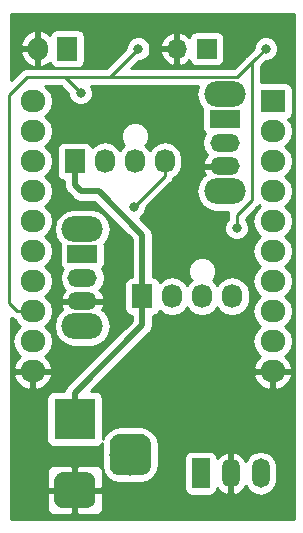
<source format=gbr>
G04 #@! TF.GenerationSoftware,KiCad,Pcbnew,5.0.0*
G04 #@! TF.CreationDate,2018-11-27T11:54:03-08:00*
G04 #@! TF.ProjectId,fanpower,66616E706F7765722E6B696361645F70,rev?*
G04 #@! TF.SameCoordinates,Original*
G04 #@! TF.FileFunction,Copper,L2,Bot,Signal*
G04 #@! TF.FilePolarity,Positive*
%FSLAX46Y46*%
G04 Gerber Fmt 4.6, Leading zero omitted, Abs format (unit mm)*
G04 Created by KiCad (PCBNEW 5.0.0) date Tue Nov 27 11:54:03 2018*
%MOMM*%
%LPD*%
G01*
G04 APERTURE LIST*
G04 #@! TA.AperFunction,ComponentPad*
%ADD10R,1.700000X2.000000*%
G04 #@! TD*
G04 #@! TA.AperFunction,ComponentPad*
%ADD11O,1.700000X2.000000*%
G04 #@! TD*
G04 #@! TA.AperFunction,ComponentPad*
%ADD12R,2.100000X1.900000*%
G04 #@! TD*
G04 #@! TA.AperFunction,ComponentPad*
%ADD13O,2.100000X1.900000*%
G04 #@! TD*
G04 #@! TA.AperFunction,ComponentPad*
%ADD14R,3.500000X3.500000*%
G04 #@! TD*
G04 #@! TA.AperFunction,Conductor*
%ADD15C,0.100000*%
G04 #@! TD*
G04 #@! TA.AperFunction,ComponentPad*
%ADD16C,3.000000*%
G04 #@! TD*
G04 #@! TA.AperFunction,ComponentPad*
%ADD17C,3.500000*%
G04 #@! TD*
G04 #@! TA.AperFunction,ComponentPad*
%ADD18R,1.700000X1.700000*%
G04 #@! TD*
G04 #@! TA.AperFunction,ComponentPad*
%ADD19O,1.700000X1.700000*%
G04 #@! TD*
G04 #@! TA.AperFunction,ComponentPad*
%ADD20O,1.730000X2.030000*%
G04 #@! TD*
G04 #@! TA.AperFunction,ComponentPad*
%ADD21R,1.730000X2.030000*%
G04 #@! TD*
G04 #@! TA.AperFunction,ComponentPad*
%ADD22O,3.500000X2.200000*%
G04 #@! TD*
G04 #@! TA.AperFunction,ComponentPad*
%ADD23O,2.500000X1.500000*%
G04 #@! TD*
G04 #@! TA.AperFunction,ComponentPad*
%ADD24R,2.500000X1.500000*%
G04 #@! TD*
G04 #@! TA.AperFunction,ComponentPad*
%ADD25R,1.500000X2.500000*%
G04 #@! TD*
G04 #@! TA.AperFunction,ComponentPad*
%ADD26O,1.500000X2.500000*%
G04 #@! TD*
G04 #@! TA.AperFunction,ViaPad*
%ADD27C,0.800000*%
G04 #@! TD*
G04 #@! TA.AperFunction,Conductor*
%ADD28C,0.250000*%
G04 #@! TD*
G04 #@! TA.AperFunction,Conductor*
%ADD29C,0.508000*%
G04 #@! TD*
G04 #@! TA.AperFunction,Conductor*
%ADD30C,0.254000*%
G04 #@! TD*
G04 APERTURE END LIST*
D10*
G04 #@! TO.P,FLOW1,1*
G04 #@! TO.N,/FLOW*
X192405000Y-86995000D03*
D11*
G04 #@! TO.P,FLOW1,2*
G04 #@! TO.N,GND*
X189905000Y-86995000D03*
G04 #@! TD*
D12*
G04 #@! TO.P,A1,1*
G04 #@! TO.N,Net-(A1-Pad1)*
X209804000Y-91440000D03*
D13*
G04 #@! TO.P,A1,20*
G04 #@! TO.N,Net-(A1-Pad20)*
X189484000Y-91440000D03*
G04 #@! TO.P,A1,2*
G04 #@! TO.N,/NTC*
X209804000Y-93980000D03*
G04 #@! TO.P,A1,19*
G04 #@! TO.N,Net-(A1-Pad19)*
X189484000Y-93980000D03*
G04 #@! TO.P,A1,3*
G04 #@! TO.N,Net-(A1-Pad3)*
X209804000Y-96520000D03*
G04 #@! TO.P,A1,18*
G04 #@! TO.N,/SIGON1*
X189484000Y-96520000D03*
G04 #@! TO.P,A1,4*
G04 #@! TO.N,Net-(A1-Pad4)*
X209804000Y-99060000D03*
G04 #@! TO.P,A1,17*
G04 #@! TO.N,/SIGTACH1*
X189484000Y-99060000D03*
G04 #@! TO.P,A1,5*
G04 #@! TO.N,/SIGON2*
X209804000Y-101600000D03*
G04 #@! TO.P,A1,16*
G04 #@! TO.N,/SIGPWM1*
X189484000Y-101600000D03*
G04 #@! TO.P,A1,6*
G04 #@! TO.N,/SIGTACH2*
X209804000Y-104140000D03*
G04 #@! TO.P,A1,15*
G04 #@! TO.N,/SIGPWM2*
X189484000Y-104140000D03*
G04 #@! TO.P,A1,7*
G04 #@! TO.N,/FLOW*
X209804000Y-106680000D03*
G04 #@! TO.P,A1,14*
G04 #@! TO.N,Net-(A1-Pad14)*
X189484000Y-106680000D03*
G04 #@! TO.P,A1,8*
G04 #@! TO.N,Net-(A1-Pad8)*
X209804000Y-109220000D03*
G04 #@! TO.P,A1,13*
G04 #@! TO.N,+3V3*
X189484000Y-109220000D03*
G04 #@! TO.P,A1,9*
G04 #@! TO.N,+5V*
X209804000Y-111760000D03*
G04 #@! TO.P,A1,12*
G04 #@! TO.N,Net-(A1-Pad12)*
X189484000Y-111760000D03*
G04 #@! TO.P,A1,10*
G04 #@! TO.N,GND*
X209804000Y-114300000D03*
G04 #@! TO.P,A1,11*
X189484000Y-114300000D03*
G04 #@! TD*
D14*
G04 #@! TO.P,J2,1*
G04 #@! TO.N,+12V*
X193040000Y-118364000D03*
D15*
G04 #@! TD*
G04 #@! TO.N,GND*
G04 #@! TO.C,J2*
G36*
X194113513Y-122867611D02*
X194186318Y-122878411D01*
X194257714Y-122896295D01*
X194327013Y-122921090D01*
X194393548Y-122952559D01*
X194456678Y-122990398D01*
X194515795Y-123034242D01*
X194570330Y-123083670D01*
X194619758Y-123138205D01*
X194663602Y-123197322D01*
X194701441Y-123260452D01*
X194732910Y-123326987D01*
X194757705Y-123396286D01*
X194775589Y-123467682D01*
X194786389Y-123540487D01*
X194790000Y-123614000D01*
X194790000Y-125114000D01*
X194786389Y-125187513D01*
X194775589Y-125260318D01*
X194757705Y-125331714D01*
X194732910Y-125401013D01*
X194701441Y-125467548D01*
X194663602Y-125530678D01*
X194619758Y-125589795D01*
X194570330Y-125644330D01*
X194515795Y-125693758D01*
X194456678Y-125737602D01*
X194393548Y-125775441D01*
X194327013Y-125806910D01*
X194257714Y-125831705D01*
X194186318Y-125849589D01*
X194113513Y-125860389D01*
X194040000Y-125864000D01*
X192040000Y-125864000D01*
X191966487Y-125860389D01*
X191893682Y-125849589D01*
X191822286Y-125831705D01*
X191752987Y-125806910D01*
X191686452Y-125775441D01*
X191623322Y-125737602D01*
X191564205Y-125693758D01*
X191509670Y-125644330D01*
X191460242Y-125589795D01*
X191416398Y-125530678D01*
X191378559Y-125467548D01*
X191347090Y-125401013D01*
X191322295Y-125331714D01*
X191304411Y-125260318D01*
X191293611Y-125187513D01*
X191290000Y-125114000D01*
X191290000Y-123614000D01*
X191293611Y-123540487D01*
X191304411Y-123467682D01*
X191322295Y-123396286D01*
X191347090Y-123326987D01*
X191378559Y-123260452D01*
X191416398Y-123197322D01*
X191460242Y-123138205D01*
X191509670Y-123083670D01*
X191564205Y-123034242D01*
X191623322Y-122990398D01*
X191686452Y-122952559D01*
X191752987Y-122921090D01*
X191822286Y-122896295D01*
X191893682Y-122878411D01*
X191966487Y-122867611D01*
X192040000Y-122864000D01*
X194040000Y-122864000D01*
X194113513Y-122867611D01*
X194113513Y-122867611D01*
G37*
D16*
G04 #@! TO.P,J2,2*
G04 #@! TO.N,GND*
X193040000Y-124364000D03*
D15*
G04 #@! TD*
G04 #@! TO.N,Net-(J2-Pad3)*
G04 #@! TO.C,J2*
G36*
X198700765Y-119618213D02*
X198785704Y-119630813D01*
X198868999Y-119651677D01*
X198949848Y-119680605D01*
X199027472Y-119717319D01*
X199101124Y-119761464D01*
X199170094Y-119812616D01*
X199233718Y-119870282D01*
X199291384Y-119933906D01*
X199342536Y-120002876D01*
X199386681Y-120076528D01*
X199423395Y-120154152D01*
X199452323Y-120235001D01*
X199473187Y-120318296D01*
X199485787Y-120403235D01*
X199490000Y-120489000D01*
X199490000Y-122239000D01*
X199485787Y-122324765D01*
X199473187Y-122409704D01*
X199452323Y-122492999D01*
X199423395Y-122573848D01*
X199386681Y-122651472D01*
X199342536Y-122725124D01*
X199291384Y-122794094D01*
X199233718Y-122857718D01*
X199170094Y-122915384D01*
X199101124Y-122966536D01*
X199027472Y-123010681D01*
X198949848Y-123047395D01*
X198868999Y-123076323D01*
X198785704Y-123097187D01*
X198700765Y-123109787D01*
X198615000Y-123114000D01*
X196865000Y-123114000D01*
X196779235Y-123109787D01*
X196694296Y-123097187D01*
X196611001Y-123076323D01*
X196530152Y-123047395D01*
X196452528Y-123010681D01*
X196378876Y-122966536D01*
X196309906Y-122915384D01*
X196246282Y-122857718D01*
X196188616Y-122794094D01*
X196137464Y-122725124D01*
X196093319Y-122651472D01*
X196056605Y-122573848D01*
X196027677Y-122492999D01*
X196006813Y-122409704D01*
X195994213Y-122324765D01*
X195990000Y-122239000D01*
X195990000Y-120489000D01*
X195994213Y-120403235D01*
X196006813Y-120318296D01*
X196027677Y-120235001D01*
X196056605Y-120154152D01*
X196093319Y-120076528D01*
X196137464Y-120002876D01*
X196188616Y-119933906D01*
X196246282Y-119870282D01*
X196309906Y-119812616D01*
X196378876Y-119761464D01*
X196452528Y-119717319D01*
X196530152Y-119680605D01*
X196611001Y-119651677D01*
X196694296Y-119630813D01*
X196779235Y-119618213D01*
X196865000Y-119614000D01*
X198615000Y-119614000D01*
X198700765Y-119618213D01*
X198700765Y-119618213D01*
G37*
D17*
G04 #@! TO.P,J2,3*
G04 #@! TO.N,Net-(J2-Pad3)*
X197740000Y-121364000D03*
G04 #@! TD*
D18*
G04 #@! TO.P,NTC1,1*
G04 #@! TO.N,/NTC*
X204216000Y-86995000D03*
D19*
G04 #@! TO.P,NTC1,2*
G04 #@! TO.N,GND*
X201676000Y-86995000D03*
G04 #@! TD*
D20*
G04 #@! TO.P,FAN1,4*
G04 #@! TO.N,/SIGPWM1*
X200660000Y-96520000D03*
G04 #@! TO.P,FAN1,3*
G04 #@! TO.N,/SIGTACH1*
X198120000Y-96520000D03*
G04 #@! TO.P,FAN1,2*
G04 #@! TO.N,Net-(FAN1-Pad2)*
X195580000Y-96520000D03*
D21*
G04 #@! TO.P,FAN1,1*
G04 #@! TO.N,+12V*
X193040000Y-96520000D03*
G04 #@! TD*
G04 #@! TO.P,FAN2,1*
G04 #@! TO.N,+12V*
X198755000Y-107950000D03*
D20*
G04 #@! TO.P,FAN2,2*
G04 #@! TO.N,Net-(FAN2-Pad2)*
X201295000Y-107950000D03*
G04 #@! TO.P,FAN2,3*
G04 #@! TO.N,/SIGTACH2*
X203835000Y-107950000D03*
G04 #@! TO.P,FAN2,4*
G04 #@! TO.N,/SIGPWM2*
X206375000Y-107950000D03*
G04 #@! TD*
D22*
G04 #@! TO.P,SW1,*
G04 #@! TO.N,*
X205740000Y-99060000D03*
X205740000Y-90860000D03*
D23*
G04 #@! TO.P,SW1,3*
G04 #@! TO.N,GND*
X205740000Y-96960000D03*
G04 #@! TO.P,SW1,2*
G04 #@! TO.N,Net-(FAN1-Pad2)*
X205740000Y-94960000D03*
D24*
G04 #@! TO.P,SW1,1*
G04 #@! TO.N,Net-(Q1-Pad3)*
X205740000Y-92960000D03*
G04 #@! TD*
G04 #@! TO.P,SW2,1*
G04 #@! TO.N,Net-(Q2-Pad3)*
X193675000Y-104390000D03*
D23*
G04 #@! TO.P,SW2,2*
G04 #@! TO.N,Net-(FAN2-Pad2)*
X193675000Y-106390000D03*
G04 #@! TO.P,SW2,3*
G04 #@! TO.N,GND*
X193675000Y-108390000D03*
D22*
G04 #@! TO.P,SW2,*
G04 #@! TO.N,*
X193675000Y-102290000D03*
X193675000Y-110490000D03*
G04 #@! TD*
D25*
G04 #@! TO.P,U1,1*
G04 #@! TO.N,+12V*
X203708000Y-122936000D03*
D26*
G04 #@! TO.P,U1,2*
G04 #@! TO.N,GND*
X206248000Y-122936000D03*
G04 #@! TO.P,U1,3*
G04 #@! TO.N,+5V*
X208788000Y-122936000D03*
G04 #@! TD*
D27*
G04 #@! TO.N,/SIGPWM1*
X198045000Y-100400000D03*
G04 #@! TO.N,+3V3*
X198422500Y-86995000D03*
X209217500Y-86995000D03*
X206756000Y-102186500D03*
X193548000Y-90756500D03*
G04 #@! TO.N,GND*
X201676000Y-102186500D03*
X198120000Y-92631500D03*
X200184000Y-92644000D03*
X203232696Y-114560478D03*
X205167696Y-114560478D03*
G04 #@! TD*
D28*
G04 #@! TO.N,/SIGPWM1*
X200660000Y-96520000D02*
X200660000Y-97785000D01*
X200660000Y-97785000D02*
X198045000Y-100400000D01*
G04 #@! TO.N,+3V3*
X188184000Y-109220000D02*
X187452000Y-108488000D01*
X189484000Y-109220000D02*
X188184000Y-109220000D01*
X187452000Y-108488000D02*
X187452000Y-90932000D01*
X187452000Y-90932000D02*
X188976000Y-89408000D01*
X188976000Y-89408000D02*
X192199500Y-89408000D01*
X192199500Y-89408000D02*
X193548000Y-90756500D01*
X196009500Y-89408000D02*
X198422500Y-86995000D01*
X192199500Y-89408000D02*
X196009500Y-89408000D01*
X208026000Y-99822000D02*
X208026000Y-88186500D01*
X206756000Y-101092000D02*
X208026000Y-99822000D01*
X206756000Y-102186500D02*
X206756000Y-101092000D01*
X196009500Y-89408000D02*
X206804500Y-89408000D01*
X208026000Y-88186500D02*
X208328500Y-87884000D01*
X206804500Y-89408000D02*
X208328500Y-87884000D01*
X208328500Y-87884000D02*
X209217500Y-86995000D01*
D29*
G04 #@! TO.N,+12V*
X198755000Y-109473000D02*
X198755000Y-107950000D01*
X198755000Y-110391000D02*
X198755000Y-109473000D01*
X193040000Y-116106000D02*
X198755000Y-110391000D01*
X193040000Y-118364000D02*
X193040000Y-116106000D01*
X198755000Y-107950000D02*
X198755000Y-102743000D01*
X198755000Y-102743000D02*
X195072000Y-99060000D01*
X195072000Y-99060000D02*
X193548000Y-99060000D01*
X193040000Y-98552000D02*
X193040000Y-96520000D01*
X193548000Y-99060000D02*
X193040000Y-98552000D01*
G04 #@! TD*
D30*
G04 #@! TO.N,GND*
G36*
X211634001Y-126798000D02*
X187654000Y-126798000D01*
X187654000Y-124649750D01*
X190655000Y-124649750D01*
X190655000Y-125990309D01*
X190751673Y-126223698D01*
X190930301Y-126402327D01*
X191163690Y-126499000D01*
X192754250Y-126499000D01*
X192913000Y-126340250D01*
X192913000Y-124491000D01*
X193167000Y-124491000D01*
X193167000Y-126340250D01*
X193325750Y-126499000D01*
X194916310Y-126499000D01*
X195149699Y-126402327D01*
X195328327Y-126223698D01*
X195425000Y-125990309D01*
X195425000Y-124649750D01*
X195266250Y-124491000D01*
X193167000Y-124491000D01*
X192913000Y-124491000D01*
X190813750Y-124491000D01*
X190655000Y-124649750D01*
X187654000Y-124649750D01*
X187654000Y-122737691D01*
X190655000Y-122737691D01*
X190655000Y-124078250D01*
X190813750Y-124237000D01*
X192913000Y-124237000D01*
X192913000Y-122387750D01*
X193167000Y-122387750D01*
X193167000Y-124237000D01*
X195266250Y-124237000D01*
X195425000Y-124078250D01*
X195425000Y-122737691D01*
X195328327Y-122504302D01*
X195149699Y-122325673D01*
X194916310Y-122229000D01*
X193325750Y-122229000D01*
X193167000Y-122387750D01*
X192913000Y-122387750D01*
X192754250Y-122229000D01*
X191163690Y-122229000D01*
X190930301Y-122325673D01*
X190751673Y-122504302D01*
X190655000Y-122737691D01*
X187654000Y-122737691D01*
X187654000Y-116614000D01*
X190642560Y-116614000D01*
X190642560Y-120114000D01*
X190691843Y-120361765D01*
X190832191Y-120571809D01*
X191042235Y-120712157D01*
X191290000Y-120761440D01*
X194790000Y-120761440D01*
X195037765Y-120712157D01*
X195247809Y-120571809D01*
X195359269Y-120404999D01*
X195342560Y-120489000D01*
X195342560Y-122239000D01*
X195458449Y-122821613D01*
X195788472Y-123315528D01*
X196282387Y-123645551D01*
X196865000Y-123761440D01*
X198615000Y-123761440D01*
X199197613Y-123645551D01*
X199691528Y-123315528D01*
X200021551Y-122821613D01*
X200137440Y-122239000D01*
X200137440Y-121686000D01*
X202310560Y-121686000D01*
X202310560Y-124186000D01*
X202359843Y-124433765D01*
X202500191Y-124643809D01*
X202710235Y-124784157D01*
X202958000Y-124833440D01*
X204458000Y-124833440D01*
X204705765Y-124784157D01*
X204915809Y-124643809D01*
X205056157Y-124433765D01*
X205104391Y-124191275D01*
X205358460Y-124505145D01*
X205835316Y-124764173D01*
X205906815Y-124778318D01*
X206121000Y-124655656D01*
X206121000Y-123063000D01*
X206101000Y-123063000D01*
X206101000Y-122809000D01*
X206121000Y-122809000D01*
X206121000Y-121216344D01*
X206375000Y-121216344D01*
X206375000Y-122809000D01*
X206395000Y-122809000D01*
X206395000Y-123063000D01*
X206375000Y-123063000D01*
X206375000Y-124655656D01*
X206589185Y-124778318D01*
X206660684Y-124764173D01*
X207137540Y-124505145D01*
X207478972Y-124083349D01*
X207502258Y-124004684D01*
X207789472Y-124434529D01*
X208247601Y-124740641D01*
X208788000Y-124848133D01*
X209328400Y-124740641D01*
X209786529Y-124434529D01*
X210092641Y-123976400D01*
X210173000Y-123572407D01*
X210173000Y-122299593D01*
X210092641Y-121895600D01*
X209786528Y-121437471D01*
X209328399Y-121131359D01*
X208788000Y-121023867D01*
X208247600Y-121131359D01*
X207789471Y-121437472D01*
X207502258Y-121867317D01*
X207478972Y-121788651D01*
X207137540Y-121366855D01*
X206660684Y-121107827D01*
X206589185Y-121093682D01*
X206375000Y-121216344D01*
X206121000Y-121216344D01*
X205906815Y-121093682D01*
X205835316Y-121107827D01*
X205358460Y-121366855D01*
X205104391Y-121680725D01*
X205056157Y-121438235D01*
X204915809Y-121228191D01*
X204705765Y-121087843D01*
X204458000Y-121038560D01*
X202958000Y-121038560D01*
X202710235Y-121087843D01*
X202500191Y-121228191D01*
X202359843Y-121438235D01*
X202310560Y-121686000D01*
X200137440Y-121686000D01*
X200137440Y-120489000D01*
X200021551Y-119906387D01*
X199691528Y-119412472D01*
X199197613Y-119082449D01*
X198615000Y-118966560D01*
X196865000Y-118966560D01*
X196282387Y-119082449D01*
X195788472Y-119412472D01*
X195458449Y-119906387D01*
X195437440Y-120012006D01*
X195437440Y-116614000D01*
X195388157Y-116366235D01*
X195247809Y-116156191D01*
X195037765Y-116015843D01*
X194790000Y-115966560D01*
X194436675Y-115966560D01*
X195730647Y-114672588D01*
X208163414Y-114672588D01*
X208406712Y-115209162D01*
X208853383Y-115636407D01*
X209429553Y-115860196D01*
X209677000Y-115725170D01*
X209677000Y-114427000D01*
X209931000Y-114427000D01*
X209931000Y-115725170D01*
X210178447Y-115860196D01*
X210754617Y-115636407D01*
X211201288Y-115209162D01*
X211444586Y-114672588D01*
X211324584Y-114427000D01*
X209931000Y-114427000D01*
X209677000Y-114427000D01*
X208283416Y-114427000D01*
X208163414Y-114672588D01*
X195730647Y-114672588D01*
X199321707Y-111081529D01*
X199395933Y-111031933D01*
X199459888Y-110936217D01*
X199592419Y-110737871D01*
X199661416Y-110391000D01*
X199644000Y-110303444D01*
X199644000Y-109607666D01*
X199867765Y-109563157D01*
X200077809Y-109422809D01*
X200218157Y-109212765D01*
X200223118Y-109187825D01*
X200709730Y-109512968D01*
X201295000Y-109629386D01*
X201880271Y-109512968D01*
X202376439Y-109181439D01*
X202565000Y-108899237D01*
X202753561Y-109181439D01*
X203249730Y-109512968D01*
X203835000Y-109629386D01*
X204420271Y-109512968D01*
X204916439Y-109181439D01*
X205105000Y-108899237D01*
X205293561Y-109181439D01*
X205789730Y-109512968D01*
X206375000Y-109629386D01*
X206960271Y-109512968D01*
X207456439Y-109181439D01*
X207787968Y-108685270D01*
X207875000Y-108247732D01*
X207875000Y-107652267D01*
X207787968Y-107214729D01*
X207456439Y-106718561D01*
X206960270Y-106387032D01*
X206375000Y-106270614D01*
X205789729Y-106387032D01*
X205293561Y-106718561D01*
X205105000Y-107000763D01*
X204916439Y-106718561D01*
X204716127Y-106584717D01*
X204839595Y-106461249D01*
X205020000Y-106025711D01*
X205020000Y-105554289D01*
X204839595Y-105118751D01*
X204506249Y-104785405D01*
X204070711Y-104605000D01*
X203599289Y-104605000D01*
X203163751Y-104785405D01*
X202830405Y-105118751D01*
X202650000Y-105554289D01*
X202650000Y-106025711D01*
X202830405Y-106461249D01*
X202953873Y-106584717D01*
X202753561Y-106718561D01*
X202565000Y-107000763D01*
X202376439Y-106718561D01*
X201880270Y-106387032D01*
X201295000Y-106270614D01*
X200709729Y-106387032D01*
X200223118Y-106712175D01*
X200218157Y-106687235D01*
X200077809Y-106477191D01*
X199867765Y-106336843D01*
X199644000Y-106292334D01*
X199644000Y-102830556D01*
X199661416Y-102743000D01*
X199592419Y-102396129D01*
X199445529Y-102176293D01*
X199395933Y-102102067D01*
X199321707Y-102052471D01*
X198571449Y-101302214D01*
X198631280Y-101277431D01*
X198922431Y-100986280D01*
X199080000Y-100605874D01*
X199080000Y-100439801D01*
X201144476Y-98375327D01*
X201207929Y-98332929D01*
X201250327Y-98269476D01*
X201250329Y-98269474D01*
X201341413Y-98133157D01*
X201375904Y-98081537D01*
X201395599Y-97982522D01*
X201741439Y-97751439D01*
X202072968Y-97255270D01*
X202160000Y-96817732D01*
X202160000Y-96222267D01*
X202072968Y-95784729D01*
X201741439Y-95288561D01*
X201245270Y-94957032D01*
X200660000Y-94840614D01*
X200074729Y-94957032D01*
X199578561Y-95288561D01*
X199390000Y-95570763D01*
X199201439Y-95288561D01*
X199001127Y-95154717D01*
X199124595Y-95031249D01*
X199305000Y-94595711D01*
X199305000Y-94124289D01*
X199124595Y-93688751D01*
X198791249Y-93355405D01*
X198355711Y-93175000D01*
X197884289Y-93175000D01*
X197448751Y-93355405D01*
X197115405Y-93688751D01*
X196935000Y-94124289D01*
X196935000Y-94595711D01*
X197115405Y-95031249D01*
X197238873Y-95154717D01*
X197038561Y-95288561D01*
X196850000Y-95570763D01*
X196661439Y-95288561D01*
X196165270Y-94957032D01*
X195580000Y-94840614D01*
X194994729Y-94957032D01*
X194508118Y-95282175D01*
X194503157Y-95257235D01*
X194362809Y-95047191D01*
X194152765Y-94906843D01*
X193905000Y-94857560D01*
X192175000Y-94857560D01*
X191927235Y-94906843D01*
X191717191Y-95047191D01*
X191576843Y-95257235D01*
X191527560Y-95505000D01*
X191527560Y-97535000D01*
X191576843Y-97782765D01*
X191717191Y-97992809D01*
X191927235Y-98133157D01*
X192151000Y-98177666D01*
X192151000Y-98464445D01*
X192133584Y-98552000D01*
X192151000Y-98639555D01*
X192202581Y-98898869D01*
X192399067Y-99192933D01*
X192473296Y-99242531D01*
X192857469Y-99626704D01*
X192907067Y-99700933D01*
X193201130Y-99897419D01*
X193460444Y-99949000D01*
X193460448Y-99949000D01*
X193547999Y-99966415D01*
X193635550Y-99949000D01*
X194703765Y-99949000D01*
X197866001Y-103111237D01*
X197866000Y-106292334D01*
X197642235Y-106336843D01*
X197432191Y-106477191D01*
X197291843Y-106687235D01*
X197242560Y-106935000D01*
X197242560Y-108965000D01*
X197291843Y-109212765D01*
X197432191Y-109422809D01*
X197642235Y-109563157D01*
X197866001Y-109607666D01*
X197866000Y-110022764D01*
X192473294Y-115415471D01*
X192399068Y-115465067D01*
X192349472Y-115539293D01*
X192349471Y-115539294D01*
X192202582Y-115759130D01*
X192161321Y-115966560D01*
X191290000Y-115966560D01*
X191042235Y-116015843D01*
X190832191Y-116156191D01*
X190691843Y-116366235D01*
X190642560Y-116614000D01*
X187654000Y-116614000D01*
X187654000Y-114672588D01*
X187843414Y-114672588D01*
X188086712Y-115209162D01*
X188533383Y-115636407D01*
X189109553Y-115860196D01*
X189357000Y-115725170D01*
X189357000Y-114427000D01*
X189611000Y-114427000D01*
X189611000Y-115725170D01*
X189858447Y-115860196D01*
X190434617Y-115636407D01*
X190881288Y-115209162D01*
X191124586Y-114672588D01*
X191004584Y-114427000D01*
X189611000Y-114427000D01*
X189357000Y-114427000D01*
X187963416Y-114427000D01*
X187843414Y-114672588D01*
X187654000Y-114672588D01*
X187654000Y-109779909D01*
X187699524Y-109810327D01*
X187699526Y-109810329D01*
X187824902Y-109894102D01*
X187887463Y-109935904D01*
X187966609Y-109951647D01*
X188241279Y-110362721D01*
X188431766Y-110490000D01*
X188241279Y-110617279D01*
X187890964Y-111141564D01*
X187767949Y-111760000D01*
X187890964Y-112378436D01*
X188241279Y-112902721D01*
X188450718Y-113042663D01*
X188086712Y-113390838D01*
X187843414Y-113927412D01*
X187963416Y-114173000D01*
X189357000Y-114173000D01*
X189357000Y-114153000D01*
X189611000Y-114153000D01*
X189611000Y-114173000D01*
X191004584Y-114173000D01*
X191124586Y-113927412D01*
X190881288Y-113390838D01*
X190517282Y-113042663D01*
X190726721Y-112902721D01*
X191077036Y-112378436D01*
X191200051Y-111760000D01*
X191077036Y-111141564D01*
X190726721Y-110617279D01*
X190536234Y-110490000D01*
X191256010Y-110490000D01*
X191390666Y-111166963D01*
X191774135Y-111740865D01*
X192348037Y-112124334D01*
X192854120Y-112225000D01*
X194495880Y-112225000D01*
X195001963Y-112124334D01*
X195575865Y-111740865D01*
X195959334Y-111166963D01*
X196093990Y-110490000D01*
X195959334Y-109813037D01*
X195575865Y-109239135D01*
X195348585Y-109087271D01*
X195503173Y-108802684D01*
X195517318Y-108731185D01*
X195394656Y-108517000D01*
X193802000Y-108517000D01*
X193802000Y-108537000D01*
X193548000Y-108537000D01*
X193548000Y-108517000D01*
X191955344Y-108517000D01*
X191832682Y-108731185D01*
X191846827Y-108802684D01*
X192001415Y-109087271D01*
X191774135Y-109239135D01*
X191390666Y-109813037D01*
X191256010Y-110490000D01*
X190536234Y-110490000D01*
X190726721Y-110362721D01*
X191077036Y-109838436D01*
X191200051Y-109220000D01*
X191077036Y-108601564D01*
X190726721Y-108077279D01*
X190536234Y-107950000D01*
X190726721Y-107822721D01*
X191077036Y-107298436D01*
X191200051Y-106680000D01*
X191077036Y-106061564D01*
X190726721Y-105537279D01*
X190536234Y-105410000D01*
X190726721Y-105282721D01*
X191077036Y-104758436D01*
X191200051Y-104140000D01*
X191077036Y-103521564D01*
X190726721Y-102997279D01*
X190536234Y-102870000D01*
X190726721Y-102742721D01*
X191029218Y-102290000D01*
X191256010Y-102290000D01*
X191390666Y-102966963D01*
X191774135Y-103540865D01*
X191794564Y-103554515D01*
X191777560Y-103640000D01*
X191777560Y-105140000D01*
X191826843Y-105387765D01*
X191967191Y-105597809D01*
X192016559Y-105630796D01*
X191870359Y-105849600D01*
X191762867Y-106390000D01*
X191870359Y-106930400D01*
X192176471Y-107388529D01*
X192213536Y-107413295D01*
X192105855Y-107500460D01*
X191846827Y-107977316D01*
X191832682Y-108048815D01*
X191955344Y-108263000D01*
X193548000Y-108263000D01*
X193548000Y-108243000D01*
X193802000Y-108243000D01*
X193802000Y-108263000D01*
X195394656Y-108263000D01*
X195517318Y-108048815D01*
X195503173Y-107977316D01*
X195244145Y-107500460D01*
X195136464Y-107413295D01*
X195173529Y-107388529D01*
X195479641Y-106930400D01*
X195587133Y-106390000D01*
X195479641Y-105849600D01*
X195333441Y-105630796D01*
X195382809Y-105597809D01*
X195523157Y-105387765D01*
X195572440Y-105140000D01*
X195572440Y-103640000D01*
X195555436Y-103554515D01*
X195575865Y-103540865D01*
X195959334Y-102966963D01*
X196093990Y-102290000D01*
X195959334Y-101613037D01*
X195575865Y-101039135D01*
X195001963Y-100655666D01*
X194495880Y-100555000D01*
X192854120Y-100555000D01*
X192348037Y-100655666D01*
X191774135Y-101039135D01*
X191390666Y-101613037D01*
X191256010Y-102290000D01*
X191029218Y-102290000D01*
X191077036Y-102218436D01*
X191200051Y-101600000D01*
X191077036Y-100981564D01*
X190726721Y-100457279D01*
X190536234Y-100330000D01*
X190726721Y-100202721D01*
X191077036Y-99678436D01*
X191200051Y-99060000D01*
X191077036Y-98441564D01*
X190726721Y-97917279D01*
X190536234Y-97790000D01*
X190726721Y-97662721D01*
X191077036Y-97138436D01*
X191200051Y-96520000D01*
X191077036Y-95901564D01*
X190726721Y-95377279D01*
X190536234Y-95250000D01*
X190726721Y-95122721D01*
X191077036Y-94598436D01*
X191200051Y-93980000D01*
X191077036Y-93361564D01*
X190726721Y-92837279D01*
X190536234Y-92710000D01*
X190726721Y-92582721D01*
X191077036Y-92058436D01*
X191200051Y-91440000D01*
X191077036Y-90821564D01*
X190726721Y-90297279D01*
X190533241Y-90168000D01*
X191884699Y-90168000D01*
X192513000Y-90796302D01*
X192513000Y-90962374D01*
X192670569Y-91342780D01*
X192961720Y-91633931D01*
X193342126Y-91791500D01*
X193753874Y-91791500D01*
X194134280Y-91633931D01*
X194425431Y-91342780D01*
X194583000Y-90962374D01*
X194583000Y-90550626D01*
X194425431Y-90170220D01*
X194423211Y-90168000D01*
X195934653Y-90168000D01*
X196009500Y-90182888D01*
X196084347Y-90168000D01*
X203465713Y-90168000D01*
X203455666Y-90183037D01*
X203321010Y-90860000D01*
X203455666Y-91536963D01*
X203839135Y-92110865D01*
X203859564Y-92124515D01*
X203842560Y-92210000D01*
X203842560Y-93710000D01*
X203891843Y-93957765D01*
X204032191Y-94167809D01*
X204081559Y-94200796D01*
X203935359Y-94419600D01*
X203827867Y-94960000D01*
X203935359Y-95500400D01*
X204241471Y-95958529D01*
X204278536Y-95983295D01*
X204170855Y-96070460D01*
X203911827Y-96547316D01*
X203897682Y-96618815D01*
X204020344Y-96833000D01*
X205613000Y-96833000D01*
X205613000Y-96813000D01*
X205867000Y-96813000D01*
X205867000Y-96833000D01*
X205887000Y-96833000D01*
X205887000Y-97087000D01*
X205867000Y-97087000D01*
X205867000Y-97107000D01*
X205613000Y-97107000D01*
X205613000Y-97087000D01*
X204020344Y-97087000D01*
X203897682Y-97301185D01*
X203911827Y-97372684D01*
X204066415Y-97657271D01*
X203839135Y-97809135D01*
X203455666Y-98383037D01*
X203321010Y-99060000D01*
X203455666Y-99736963D01*
X203839135Y-100310865D01*
X204413037Y-100694334D01*
X204919120Y-100795000D01*
X206040406Y-100795000D01*
X206040097Y-100795463D01*
X205981112Y-101092000D01*
X205996001Y-101166851D01*
X205996001Y-101482788D01*
X205878569Y-101600220D01*
X205721000Y-101980626D01*
X205721000Y-102392374D01*
X205878569Y-102772780D01*
X206169720Y-103063931D01*
X206550126Y-103221500D01*
X206961874Y-103221500D01*
X207342280Y-103063931D01*
X207633431Y-102772780D01*
X207791000Y-102392374D01*
X207791000Y-101980626D01*
X207633431Y-101600220D01*
X207516000Y-101482789D01*
X207516000Y-101406801D01*
X208510473Y-100412329D01*
X208573929Y-100369929D01*
X208647265Y-100260175D01*
X208751766Y-100330000D01*
X208561279Y-100457279D01*
X208210964Y-100981564D01*
X208087949Y-101600000D01*
X208210964Y-102218436D01*
X208561279Y-102742721D01*
X208751766Y-102870000D01*
X208561279Y-102997279D01*
X208210964Y-103521564D01*
X208087949Y-104140000D01*
X208210964Y-104758436D01*
X208561279Y-105282721D01*
X208751766Y-105410000D01*
X208561279Y-105537279D01*
X208210964Y-106061564D01*
X208087949Y-106680000D01*
X208210964Y-107298436D01*
X208561279Y-107822721D01*
X208751766Y-107950000D01*
X208561279Y-108077279D01*
X208210964Y-108601564D01*
X208087949Y-109220000D01*
X208210964Y-109838436D01*
X208561279Y-110362721D01*
X208751766Y-110490000D01*
X208561279Y-110617279D01*
X208210964Y-111141564D01*
X208087949Y-111760000D01*
X208210964Y-112378436D01*
X208561279Y-112902721D01*
X208770718Y-113042663D01*
X208406712Y-113390838D01*
X208163414Y-113927412D01*
X208283416Y-114173000D01*
X209677000Y-114173000D01*
X209677000Y-114153000D01*
X209931000Y-114153000D01*
X209931000Y-114173000D01*
X211324584Y-114173000D01*
X211444586Y-113927412D01*
X211201288Y-113390838D01*
X210837282Y-113042663D01*
X211046721Y-112902721D01*
X211397036Y-112378436D01*
X211520051Y-111760000D01*
X211397036Y-111141564D01*
X211046721Y-110617279D01*
X210856234Y-110490000D01*
X211046721Y-110362721D01*
X211397036Y-109838436D01*
X211520051Y-109220000D01*
X211397036Y-108601564D01*
X211046721Y-108077279D01*
X210856234Y-107950000D01*
X211046721Y-107822721D01*
X211397036Y-107298436D01*
X211520051Y-106680000D01*
X211397036Y-106061564D01*
X211046721Y-105537279D01*
X210856234Y-105410000D01*
X211046721Y-105282721D01*
X211397036Y-104758436D01*
X211520051Y-104140000D01*
X211397036Y-103521564D01*
X211046721Y-102997279D01*
X210856234Y-102870000D01*
X211046721Y-102742721D01*
X211397036Y-102218436D01*
X211520051Y-101600000D01*
X211397036Y-100981564D01*
X211046721Y-100457279D01*
X210856234Y-100330000D01*
X211046721Y-100202721D01*
X211397036Y-99678436D01*
X211520051Y-99060000D01*
X211397036Y-98441564D01*
X211046721Y-97917279D01*
X210856234Y-97790000D01*
X211046721Y-97662721D01*
X211397036Y-97138436D01*
X211520051Y-96520000D01*
X211397036Y-95901564D01*
X211046721Y-95377279D01*
X210856234Y-95250000D01*
X211046721Y-95122721D01*
X211397036Y-94598436D01*
X211520051Y-93980000D01*
X211397036Y-93361564D01*
X211133407Y-92967014D01*
X211311809Y-92847809D01*
X211452157Y-92637765D01*
X211501440Y-92390000D01*
X211501440Y-90490000D01*
X211452157Y-90242235D01*
X211311809Y-90032191D01*
X211101765Y-89891843D01*
X210854000Y-89842560D01*
X208786000Y-89842560D01*
X208786000Y-88501303D01*
X208918829Y-88368474D01*
X208918833Y-88368468D01*
X209257301Y-88030000D01*
X209423374Y-88030000D01*
X209803780Y-87872431D01*
X210094931Y-87581280D01*
X210252500Y-87200874D01*
X210252500Y-86789126D01*
X210094931Y-86408720D01*
X209803780Y-86117569D01*
X209423374Y-85960000D01*
X209011626Y-85960000D01*
X208631220Y-86117569D01*
X208340069Y-86408720D01*
X208182500Y-86789126D01*
X208182500Y-86955199D01*
X207844032Y-87293667D01*
X207844026Y-87293671D01*
X207541523Y-87596174D01*
X207478072Y-87638571D01*
X207435675Y-87702022D01*
X206489699Y-88648000D01*
X197844302Y-88648000D01*
X198462303Y-88030000D01*
X198628374Y-88030000D01*
X199008780Y-87872431D01*
X199299931Y-87581280D01*
X199394946Y-87351892D01*
X200234514Y-87351892D01*
X200480817Y-87876358D01*
X200909076Y-88266645D01*
X201319110Y-88436476D01*
X201549000Y-88315155D01*
X201549000Y-87122000D01*
X200355181Y-87122000D01*
X200234514Y-87351892D01*
X199394946Y-87351892D01*
X199457500Y-87200874D01*
X199457500Y-86789126D01*
X199394947Y-86638108D01*
X200234514Y-86638108D01*
X200355181Y-86868000D01*
X201549000Y-86868000D01*
X201549000Y-85674845D01*
X201803000Y-85674845D01*
X201803000Y-86868000D01*
X201823000Y-86868000D01*
X201823000Y-87122000D01*
X201803000Y-87122000D01*
X201803000Y-88315155D01*
X202032890Y-88436476D01*
X202442924Y-88266645D01*
X202747261Y-87989292D01*
X202767843Y-88092765D01*
X202908191Y-88302809D01*
X203118235Y-88443157D01*
X203366000Y-88492440D01*
X205066000Y-88492440D01*
X205313765Y-88443157D01*
X205523809Y-88302809D01*
X205664157Y-88092765D01*
X205713440Y-87845000D01*
X205713440Y-86145000D01*
X205664157Y-85897235D01*
X205523809Y-85687191D01*
X205313765Y-85546843D01*
X205066000Y-85497560D01*
X203366000Y-85497560D01*
X203118235Y-85546843D01*
X202908191Y-85687191D01*
X202767843Y-85897235D01*
X202747261Y-86000708D01*
X202442924Y-85723355D01*
X202032890Y-85553524D01*
X201803000Y-85674845D01*
X201549000Y-85674845D01*
X201319110Y-85553524D01*
X200909076Y-85723355D01*
X200480817Y-86113642D01*
X200234514Y-86638108D01*
X199394947Y-86638108D01*
X199299931Y-86408720D01*
X199008780Y-86117569D01*
X198628374Y-85960000D01*
X198216626Y-85960000D01*
X197836220Y-86117569D01*
X197545069Y-86408720D01*
X197387500Y-86789126D01*
X197387500Y-86955197D01*
X195694699Y-88648000D01*
X192274347Y-88648000D01*
X192246395Y-88642440D01*
X193255000Y-88642440D01*
X193502765Y-88593157D01*
X193712809Y-88452809D01*
X193853157Y-88242765D01*
X193902440Y-87995000D01*
X193902440Y-85995000D01*
X193853157Y-85747235D01*
X193712809Y-85537191D01*
X193502765Y-85396843D01*
X193255000Y-85347560D01*
X191555000Y-85347560D01*
X191307235Y-85396843D01*
X191097191Y-85537191D01*
X190956843Y-85747235D01*
X190942612Y-85818782D01*
X190797045Y-85656336D01*
X190274260Y-85405447D01*
X190261890Y-85403524D01*
X190032000Y-85524845D01*
X190032000Y-86868000D01*
X190052000Y-86868000D01*
X190052000Y-87122000D01*
X190032000Y-87122000D01*
X190032000Y-88465155D01*
X190261890Y-88586476D01*
X190274260Y-88584553D01*
X190797045Y-88333664D01*
X190942612Y-88171218D01*
X190956843Y-88242765D01*
X191097191Y-88452809D01*
X191307235Y-88593157D01*
X191555000Y-88642440D01*
X192152605Y-88642440D01*
X192124653Y-88648000D01*
X189050846Y-88648000D01*
X188975999Y-88633112D01*
X188901152Y-88648000D01*
X188901148Y-88648000D01*
X188679463Y-88692096D01*
X188679461Y-88692097D01*
X188679462Y-88692097D01*
X188491526Y-88817671D01*
X188491524Y-88817673D01*
X188428071Y-88860071D01*
X188385673Y-88923524D01*
X187654000Y-89655198D01*
X187654000Y-87354742D01*
X188433716Y-87354742D01*
X188625976Y-87901812D01*
X189012955Y-88333664D01*
X189535740Y-88584553D01*
X189548110Y-88586476D01*
X189778000Y-88465155D01*
X189778000Y-87122000D01*
X188577769Y-87122000D01*
X188433716Y-87354742D01*
X187654000Y-87354742D01*
X187654000Y-86635258D01*
X188433716Y-86635258D01*
X188577769Y-86868000D01*
X189778000Y-86868000D01*
X189778000Y-85524845D01*
X189548110Y-85403524D01*
X189535740Y-85405447D01*
X189012955Y-85656336D01*
X188625976Y-86088188D01*
X188433716Y-86635258D01*
X187654000Y-86635258D01*
X187654000Y-84022000D01*
X211634000Y-84022000D01*
X211634001Y-126798000D01*
X211634001Y-126798000D01*
G37*
X211634001Y-126798000D02*
X187654000Y-126798000D01*
X187654000Y-124649750D01*
X190655000Y-124649750D01*
X190655000Y-125990309D01*
X190751673Y-126223698D01*
X190930301Y-126402327D01*
X191163690Y-126499000D01*
X192754250Y-126499000D01*
X192913000Y-126340250D01*
X192913000Y-124491000D01*
X193167000Y-124491000D01*
X193167000Y-126340250D01*
X193325750Y-126499000D01*
X194916310Y-126499000D01*
X195149699Y-126402327D01*
X195328327Y-126223698D01*
X195425000Y-125990309D01*
X195425000Y-124649750D01*
X195266250Y-124491000D01*
X193167000Y-124491000D01*
X192913000Y-124491000D01*
X190813750Y-124491000D01*
X190655000Y-124649750D01*
X187654000Y-124649750D01*
X187654000Y-122737691D01*
X190655000Y-122737691D01*
X190655000Y-124078250D01*
X190813750Y-124237000D01*
X192913000Y-124237000D01*
X192913000Y-122387750D01*
X193167000Y-122387750D01*
X193167000Y-124237000D01*
X195266250Y-124237000D01*
X195425000Y-124078250D01*
X195425000Y-122737691D01*
X195328327Y-122504302D01*
X195149699Y-122325673D01*
X194916310Y-122229000D01*
X193325750Y-122229000D01*
X193167000Y-122387750D01*
X192913000Y-122387750D01*
X192754250Y-122229000D01*
X191163690Y-122229000D01*
X190930301Y-122325673D01*
X190751673Y-122504302D01*
X190655000Y-122737691D01*
X187654000Y-122737691D01*
X187654000Y-116614000D01*
X190642560Y-116614000D01*
X190642560Y-120114000D01*
X190691843Y-120361765D01*
X190832191Y-120571809D01*
X191042235Y-120712157D01*
X191290000Y-120761440D01*
X194790000Y-120761440D01*
X195037765Y-120712157D01*
X195247809Y-120571809D01*
X195359269Y-120404999D01*
X195342560Y-120489000D01*
X195342560Y-122239000D01*
X195458449Y-122821613D01*
X195788472Y-123315528D01*
X196282387Y-123645551D01*
X196865000Y-123761440D01*
X198615000Y-123761440D01*
X199197613Y-123645551D01*
X199691528Y-123315528D01*
X200021551Y-122821613D01*
X200137440Y-122239000D01*
X200137440Y-121686000D01*
X202310560Y-121686000D01*
X202310560Y-124186000D01*
X202359843Y-124433765D01*
X202500191Y-124643809D01*
X202710235Y-124784157D01*
X202958000Y-124833440D01*
X204458000Y-124833440D01*
X204705765Y-124784157D01*
X204915809Y-124643809D01*
X205056157Y-124433765D01*
X205104391Y-124191275D01*
X205358460Y-124505145D01*
X205835316Y-124764173D01*
X205906815Y-124778318D01*
X206121000Y-124655656D01*
X206121000Y-123063000D01*
X206101000Y-123063000D01*
X206101000Y-122809000D01*
X206121000Y-122809000D01*
X206121000Y-121216344D01*
X206375000Y-121216344D01*
X206375000Y-122809000D01*
X206395000Y-122809000D01*
X206395000Y-123063000D01*
X206375000Y-123063000D01*
X206375000Y-124655656D01*
X206589185Y-124778318D01*
X206660684Y-124764173D01*
X207137540Y-124505145D01*
X207478972Y-124083349D01*
X207502258Y-124004684D01*
X207789472Y-124434529D01*
X208247601Y-124740641D01*
X208788000Y-124848133D01*
X209328400Y-124740641D01*
X209786529Y-124434529D01*
X210092641Y-123976400D01*
X210173000Y-123572407D01*
X210173000Y-122299593D01*
X210092641Y-121895600D01*
X209786528Y-121437471D01*
X209328399Y-121131359D01*
X208788000Y-121023867D01*
X208247600Y-121131359D01*
X207789471Y-121437472D01*
X207502258Y-121867317D01*
X207478972Y-121788651D01*
X207137540Y-121366855D01*
X206660684Y-121107827D01*
X206589185Y-121093682D01*
X206375000Y-121216344D01*
X206121000Y-121216344D01*
X205906815Y-121093682D01*
X205835316Y-121107827D01*
X205358460Y-121366855D01*
X205104391Y-121680725D01*
X205056157Y-121438235D01*
X204915809Y-121228191D01*
X204705765Y-121087843D01*
X204458000Y-121038560D01*
X202958000Y-121038560D01*
X202710235Y-121087843D01*
X202500191Y-121228191D01*
X202359843Y-121438235D01*
X202310560Y-121686000D01*
X200137440Y-121686000D01*
X200137440Y-120489000D01*
X200021551Y-119906387D01*
X199691528Y-119412472D01*
X199197613Y-119082449D01*
X198615000Y-118966560D01*
X196865000Y-118966560D01*
X196282387Y-119082449D01*
X195788472Y-119412472D01*
X195458449Y-119906387D01*
X195437440Y-120012006D01*
X195437440Y-116614000D01*
X195388157Y-116366235D01*
X195247809Y-116156191D01*
X195037765Y-116015843D01*
X194790000Y-115966560D01*
X194436675Y-115966560D01*
X195730647Y-114672588D01*
X208163414Y-114672588D01*
X208406712Y-115209162D01*
X208853383Y-115636407D01*
X209429553Y-115860196D01*
X209677000Y-115725170D01*
X209677000Y-114427000D01*
X209931000Y-114427000D01*
X209931000Y-115725170D01*
X210178447Y-115860196D01*
X210754617Y-115636407D01*
X211201288Y-115209162D01*
X211444586Y-114672588D01*
X211324584Y-114427000D01*
X209931000Y-114427000D01*
X209677000Y-114427000D01*
X208283416Y-114427000D01*
X208163414Y-114672588D01*
X195730647Y-114672588D01*
X199321707Y-111081529D01*
X199395933Y-111031933D01*
X199459888Y-110936217D01*
X199592419Y-110737871D01*
X199661416Y-110391000D01*
X199644000Y-110303444D01*
X199644000Y-109607666D01*
X199867765Y-109563157D01*
X200077809Y-109422809D01*
X200218157Y-109212765D01*
X200223118Y-109187825D01*
X200709730Y-109512968D01*
X201295000Y-109629386D01*
X201880271Y-109512968D01*
X202376439Y-109181439D01*
X202565000Y-108899237D01*
X202753561Y-109181439D01*
X203249730Y-109512968D01*
X203835000Y-109629386D01*
X204420271Y-109512968D01*
X204916439Y-109181439D01*
X205105000Y-108899237D01*
X205293561Y-109181439D01*
X205789730Y-109512968D01*
X206375000Y-109629386D01*
X206960271Y-109512968D01*
X207456439Y-109181439D01*
X207787968Y-108685270D01*
X207875000Y-108247732D01*
X207875000Y-107652267D01*
X207787968Y-107214729D01*
X207456439Y-106718561D01*
X206960270Y-106387032D01*
X206375000Y-106270614D01*
X205789729Y-106387032D01*
X205293561Y-106718561D01*
X205105000Y-107000763D01*
X204916439Y-106718561D01*
X204716127Y-106584717D01*
X204839595Y-106461249D01*
X205020000Y-106025711D01*
X205020000Y-105554289D01*
X204839595Y-105118751D01*
X204506249Y-104785405D01*
X204070711Y-104605000D01*
X203599289Y-104605000D01*
X203163751Y-104785405D01*
X202830405Y-105118751D01*
X202650000Y-105554289D01*
X202650000Y-106025711D01*
X202830405Y-106461249D01*
X202953873Y-106584717D01*
X202753561Y-106718561D01*
X202565000Y-107000763D01*
X202376439Y-106718561D01*
X201880270Y-106387032D01*
X201295000Y-106270614D01*
X200709729Y-106387032D01*
X200223118Y-106712175D01*
X200218157Y-106687235D01*
X200077809Y-106477191D01*
X199867765Y-106336843D01*
X199644000Y-106292334D01*
X199644000Y-102830556D01*
X199661416Y-102743000D01*
X199592419Y-102396129D01*
X199445529Y-102176293D01*
X199395933Y-102102067D01*
X199321707Y-102052471D01*
X198571449Y-101302214D01*
X198631280Y-101277431D01*
X198922431Y-100986280D01*
X199080000Y-100605874D01*
X199080000Y-100439801D01*
X201144476Y-98375327D01*
X201207929Y-98332929D01*
X201250327Y-98269476D01*
X201250329Y-98269474D01*
X201341413Y-98133157D01*
X201375904Y-98081537D01*
X201395599Y-97982522D01*
X201741439Y-97751439D01*
X202072968Y-97255270D01*
X202160000Y-96817732D01*
X202160000Y-96222267D01*
X202072968Y-95784729D01*
X201741439Y-95288561D01*
X201245270Y-94957032D01*
X200660000Y-94840614D01*
X200074729Y-94957032D01*
X199578561Y-95288561D01*
X199390000Y-95570763D01*
X199201439Y-95288561D01*
X199001127Y-95154717D01*
X199124595Y-95031249D01*
X199305000Y-94595711D01*
X199305000Y-94124289D01*
X199124595Y-93688751D01*
X198791249Y-93355405D01*
X198355711Y-93175000D01*
X197884289Y-93175000D01*
X197448751Y-93355405D01*
X197115405Y-93688751D01*
X196935000Y-94124289D01*
X196935000Y-94595711D01*
X197115405Y-95031249D01*
X197238873Y-95154717D01*
X197038561Y-95288561D01*
X196850000Y-95570763D01*
X196661439Y-95288561D01*
X196165270Y-94957032D01*
X195580000Y-94840614D01*
X194994729Y-94957032D01*
X194508118Y-95282175D01*
X194503157Y-95257235D01*
X194362809Y-95047191D01*
X194152765Y-94906843D01*
X193905000Y-94857560D01*
X192175000Y-94857560D01*
X191927235Y-94906843D01*
X191717191Y-95047191D01*
X191576843Y-95257235D01*
X191527560Y-95505000D01*
X191527560Y-97535000D01*
X191576843Y-97782765D01*
X191717191Y-97992809D01*
X191927235Y-98133157D01*
X192151000Y-98177666D01*
X192151000Y-98464445D01*
X192133584Y-98552000D01*
X192151000Y-98639555D01*
X192202581Y-98898869D01*
X192399067Y-99192933D01*
X192473296Y-99242531D01*
X192857469Y-99626704D01*
X192907067Y-99700933D01*
X193201130Y-99897419D01*
X193460444Y-99949000D01*
X193460448Y-99949000D01*
X193547999Y-99966415D01*
X193635550Y-99949000D01*
X194703765Y-99949000D01*
X197866001Y-103111237D01*
X197866000Y-106292334D01*
X197642235Y-106336843D01*
X197432191Y-106477191D01*
X197291843Y-106687235D01*
X197242560Y-106935000D01*
X197242560Y-108965000D01*
X197291843Y-109212765D01*
X197432191Y-109422809D01*
X197642235Y-109563157D01*
X197866001Y-109607666D01*
X197866000Y-110022764D01*
X192473294Y-115415471D01*
X192399068Y-115465067D01*
X192349472Y-115539293D01*
X192349471Y-115539294D01*
X192202582Y-115759130D01*
X192161321Y-115966560D01*
X191290000Y-115966560D01*
X191042235Y-116015843D01*
X190832191Y-116156191D01*
X190691843Y-116366235D01*
X190642560Y-116614000D01*
X187654000Y-116614000D01*
X187654000Y-114672588D01*
X187843414Y-114672588D01*
X188086712Y-115209162D01*
X188533383Y-115636407D01*
X189109553Y-115860196D01*
X189357000Y-115725170D01*
X189357000Y-114427000D01*
X189611000Y-114427000D01*
X189611000Y-115725170D01*
X189858447Y-115860196D01*
X190434617Y-115636407D01*
X190881288Y-115209162D01*
X191124586Y-114672588D01*
X191004584Y-114427000D01*
X189611000Y-114427000D01*
X189357000Y-114427000D01*
X187963416Y-114427000D01*
X187843414Y-114672588D01*
X187654000Y-114672588D01*
X187654000Y-109779909D01*
X187699524Y-109810327D01*
X187699526Y-109810329D01*
X187824902Y-109894102D01*
X187887463Y-109935904D01*
X187966609Y-109951647D01*
X188241279Y-110362721D01*
X188431766Y-110490000D01*
X188241279Y-110617279D01*
X187890964Y-111141564D01*
X187767949Y-111760000D01*
X187890964Y-112378436D01*
X188241279Y-112902721D01*
X188450718Y-113042663D01*
X188086712Y-113390838D01*
X187843414Y-113927412D01*
X187963416Y-114173000D01*
X189357000Y-114173000D01*
X189357000Y-114153000D01*
X189611000Y-114153000D01*
X189611000Y-114173000D01*
X191004584Y-114173000D01*
X191124586Y-113927412D01*
X190881288Y-113390838D01*
X190517282Y-113042663D01*
X190726721Y-112902721D01*
X191077036Y-112378436D01*
X191200051Y-111760000D01*
X191077036Y-111141564D01*
X190726721Y-110617279D01*
X190536234Y-110490000D01*
X191256010Y-110490000D01*
X191390666Y-111166963D01*
X191774135Y-111740865D01*
X192348037Y-112124334D01*
X192854120Y-112225000D01*
X194495880Y-112225000D01*
X195001963Y-112124334D01*
X195575865Y-111740865D01*
X195959334Y-111166963D01*
X196093990Y-110490000D01*
X195959334Y-109813037D01*
X195575865Y-109239135D01*
X195348585Y-109087271D01*
X195503173Y-108802684D01*
X195517318Y-108731185D01*
X195394656Y-108517000D01*
X193802000Y-108517000D01*
X193802000Y-108537000D01*
X193548000Y-108537000D01*
X193548000Y-108517000D01*
X191955344Y-108517000D01*
X191832682Y-108731185D01*
X191846827Y-108802684D01*
X192001415Y-109087271D01*
X191774135Y-109239135D01*
X191390666Y-109813037D01*
X191256010Y-110490000D01*
X190536234Y-110490000D01*
X190726721Y-110362721D01*
X191077036Y-109838436D01*
X191200051Y-109220000D01*
X191077036Y-108601564D01*
X190726721Y-108077279D01*
X190536234Y-107950000D01*
X190726721Y-107822721D01*
X191077036Y-107298436D01*
X191200051Y-106680000D01*
X191077036Y-106061564D01*
X190726721Y-105537279D01*
X190536234Y-105410000D01*
X190726721Y-105282721D01*
X191077036Y-104758436D01*
X191200051Y-104140000D01*
X191077036Y-103521564D01*
X190726721Y-102997279D01*
X190536234Y-102870000D01*
X190726721Y-102742721D01*
X191029218Y-102290000D01*
X191256010Y-102290000D01*
X191390666Y-102966963D01*
X191774135Y-103540865D01*
X191794564Y-103554515D01*
X191777560Y-103640000D01*
X191777560Y-105140000D01*
X191826843Y-105387765D01*
X191967191Y-105597809D01*
X192016559Y-105630796D01*
X191870359Y-105849600D01*
X191762867Y-106390000D01*
X191870359Y-106930400D01*
X192176471Y-107388529D01*
X192213536Y-107413295D01*
X192105855Y-107500460D01*
X191846827Y-107977316D01*
X191832682Y-108048815D01*
X191955344Y-108263000D01*
X193548000Y-108263000D01*
X193548000Y-108243000D01*
X193802000Y-108243000D01*
X193802000Y-108263000D01*
X195394656Y-108263000D01*
X195517318Y-108048815D01*
X195503173Y-107977316D01*
X195244145Y-107500460D01*
X195136464Y-107413295D01*
X195173529Y-107388529D01*
X195479641Y-106930400D01*
X195587133Y-106390000D01*
X195479641Y-105849600D01*
X195333441Y-105630796D01*
X195382809Y-105597809D01*
X195523157Y-105387765D01*
X195572440Y-105140000D01*
X195572440Y-103640000D01*
X195555436Y-103554515D01*
X195575865Y-103540865D01*
X195959334Y-102966963D01*
X196093990Y-102290000D01*
X195959334Y-101613037D01*
X195575865Y-101039135D01*
X195001963Y-100655666D01*
X194495880Y-100555000D01*
X192854120Y-100555000D01*
X192348037Y-100655666D01*
X191774135Y-101039135D01*
X191390666Y-101613037D01*
X191256010Y-102290000D01*
X191029218Y-102290000D01*
X191077036Y-102218436D01*
X191200051Y-101600000D01*
X191077036Y-100981564D01*
X190726721Y-100457279D01*
X190536234Y-100330000D01*
X190726721Y-100202721D01*
X191077036Y-99678436D01*
X191200051Y-99060000D01*
X191077036Y-98441564D01*
X190726721Y-97917279D01*
X190536234Y-97790000D01*
X190726721Y-97662721D01*
X191077036Y-97138436D01*
X191200051Y-96520000D01*
X191077036Y-95901564D01*
X190726721Y-95377279D01*
X190536234Y-95250000D01*
X190726721Y-95122721D01*
X191077036Y-94598436D01*
X191200051Y-93980000D01*
X191077036Y-93361564D01*
X190726721Y-92837279D01*
X190536234Y-92710000D01*
X190726721Y-92582721D01*
X191077036Y-92058436D01*
X191200051Y-91440000D01*
X191077036Y-90821564D01*
X190726721Y-90297279D01*
X190533241Y-90168000D01*
X191884699Y-90168000D01*
X192513000Y-90796302D01*
X192513000Y-90962374D01*
X192670569Y-91342780D01*
X192961720Y-91633931D01*
X193342126Y-91791500D01*
X193753874Y-91791500D01*
X194134280Y-91633931D01*
X194425431Y-91342780D01*
X194583000Y-90962374D01*
X194583000Y-90550626D01*
X194425431Y-90170220D01*
X194423211Y-90168000D01*
X195934653Y-90168000D01*
X196009500Y-90182888D01*
X196084347Y-90168000D01*
X203465713Y-90168000D01*
X203455666Y-90183037D01*
X203321010Y-90860000D01*
X203455666Y-91536963D01*
X203839135Y-92110865D01*
X203859564Y-92124515D01*
X203842560Y-92210000D01*
X203842560Y-93710000D01*
X203891843Y-93957765D01*
X204032191Y-94167809D01*
X204081559Y-94200796D01*
X203935359Y-94419600D01*
X203827867Y-94960000D01*
X203935359Y-95500400D01*
X204241471Y-95958529D01*
X204278536Y-95983295D01*
X204170855Y-96070460D01*
X203911827Y-96547316D01*
X203897682Y-96618815D01*
X204020344Y-96833000D01*
X205613000Y-96833000D01*
X205613000Y-96813000D01*
X205867000Y-96813000D01*
X205867000Y-96833000D01*
X205887000Y-96833000D01*
X205887000Y-97087000D01*
X205867000Y-97087000D01*
X205867000Y-97107000D01*
X205613000Y-97107000D01*
X205613000Y-97087000D01*
X204020344Y-97087000D01*
X203897682Y-97301185D01*
X203911827Y-97372684D01*
X204066415Y-97657271D01*
X203839135Y-97809135D01*
X203455666Y-98383037D01*
X203321010Y-99060000D01*
X203455666Y-99736963D01*
X203839135Y-100310865D01*
X204413037Y-100694334D01*
X204919120Y-100795000D01*
X206040406Y-100795000D01*
X206040097Y-100795463D01*
X205981112Y-101092000D01*
X205996001Y-101166851D01*
X205996001Y-101482788D01*
X205878569Y-101600220D01*
X205721000Y-101980626D01*
X205721000Y-102392374D01*
X205878569Y-102772780D01*
X206169720Y-103063931D01*
X206550126Y-103221500D01*
X206961874Y-103221500D01*
X207342280Y-103063931D01*
X207633431Y-102772780D01*
X207791000Y-102392374D01*
X207791000Y-101980626D01*
X207633431Y-101600220D01*
X207516000Y-101482789D01*
X207516000Y-101406801D01*
X208510473Y-100412329D01*
X208573929Y-100369929D01*
X208647265Y-100260175D01*
X208751766Y-100330000D01*
X208561279Y-100457279D01*
X208210964Y-100981564D01*
X208087949Y-101600000D01*
X208210964Y-102218436D01*
X208561279Y-102742721D01*
X208751766Y-102870000D01*
X208561279Y-102997279D01*
X208210964Y-103521564D01*
X208087949Y-104140000D01*
X208210964Y-104758436D01*
X208561279Y-105282721D01*
X208751766Y-105410000D01*
X208561279Y-105537279D01*
X208210964Y-106061564D01*
X208087949Y-106680000D01*
X208210964Y-107298436D01*
X208561279Y-107822721D01*
X208751766Y-107950000D01*
X208561279Y-108077279D01*
X208210964Y-108601564D01*
X208087949Y-109220000D01*
X208210964Y-109838436D01*
X208561279Y-110362721D01*
X208751766Y-110490000D01*
X208561279Y-110617279D01*
X208210964Y-111141564D01*
X208087949Y-111760000D01*
X208210964Y-112378436D01*
X208561279Y-112902721D01*
X208770718Y-113042663D01*
X208406712Y-113390838D01*
X208163414Y-113927412D01*
X208283416Y-114173000D01*
X209677000Y-114173000D01*
X209677000Y-114153000D01*
X209931000Y-114153000D01*
X209931000Y-114173000D01*
X211324584Y-114173000D01*
X211444586Y-113927412D01*
X211201288Y-113390838D01*
X210837282Y-113042663D01*
X211046721Y-112902721D01*
X211397036Y-112378436D01*
X211520051Y-111760000D01*
X211397036Y-111141564D01*
X211046721Y-110617279D01*
X210856234Y-110490000D01*
X211046721Y-110362721D01*
X211397036Y-109838436D01*
X211520051Y-109220000D01*
X211397036Y-108601564D01*
X211046721Y-108077279D01*
X210856234Y-107950000D01*
X211046721Y-107822721D01*
X211397036Y-107298436D01*
X211520051Y-106680000D01*
X211397036Y-106061564D01*
X211046721Y-105537279D01*
X210856234Y-105410000D01*
X211046721Y-105282721D01*
X211397036Y-104758436D01*
X211520051Y-104140000D01*
X211397036Y-103521564D01*
X211046721Y-102997279D01*
X210856234Y-102870000D01*
X211046721Y-102742721D01*
X211397036Y-102218436D01*
X211520051Y-101600000D01*
X211397036Y-100981564D01*
X211046721Y-100457279D01*
X210856234Y-100330000D01*
X211046721Y-100202721D01*
X211397036Y-99678436D01*
X211520051Y-99060000D01*
X211397036Y-98441564D01*
X211046721Y-97917279D01*
X210856234Y-97790000D01*
X211046721Y-97662721D01*
X211397036Y-97138436D01*
X211520051Y-96520000D01*
X211397036Y-95901564D01*
X211046721Y-95377279D01*
X210856234Y-95250000D01*
X211046721Y-95122721D01*
X211397036Y-94598436D01*
X211520051Y-93980000D01*
X211397036Y-93361564D01*
X211133407Y-92967014D01*
X211311809Y-92847809D01*
X211452157Y-92637765D01*
X211501440Y-92390000D01*
X211501440Y-90490000D01*
X211452157Y-90242235D01*
X211311809Y-90032191D01*
X211101765Y-89891843D01*
X210854000Y-89842560D01*
X208786000Y-89842560D01*
X208786000Y-88501303D01*
X208918829Y-88368474D01*
X208918833Y-88368468D01*
X209257301Y-88030000D01*
X209423374Y-88030000D01*
X209803780Y-87872431D01*
X210094931Y-87581280D01*
X210252500Y-87200874D01*
X210252500Y-86789126D01*
X210094931Y-86408720D01*
X209803780Y-86117569D01*
X209423374Y-85960000D01*
X209011626Y-85960000D01*
X208631220Y-86117569D01*
X208340069Y-86408720D01*
X208182500Y-86789126D01*
X208182500Y-86955199D01*
X207844032Y-87293667D01*
X207844026Y-87293671D01*
X207541523Y-87596174D01*
X207478072Y-87638571D01*
X207435675Y-87702022D01*
X206489699Y-88648000D01*
X197844302Y-88648000D01*
X198462303Y-88030000D01*
X198628374Y-88030000D01*
X199008780Y-87872431D01*
X199299931Y-87581280D01*
X199394946Y-87351892D01*
X200234514Y-87351892D01*
X200480817Y-87876358D01*
X200909076Y-88266645D01*
X201319110Y-88436476D01*
X201549000Y-88315155D01*
X201549000Y-87122000D01*
X200355181Y-87122000D01*
X200234514Y-87351892D01*
X199394946Y-87351892D01*
X199457500Y-87200874D01*
X199457500Y-86789126D01*
X199394947Y-86638108D01*
X200234514Y-86638108D01*
X200355181Y-86868000D01*
X201549000Y-86868000D01*
X201549000Y-85674845D01*
X201803000Y-85674845D01*
X201803000Y-86868000D01*
X201823000Y-86868000D01*
X201823000Y-87122000D01*
X201803000Y-87122000D01*
X201803000Y-88315155D01*
X202032890Y-88436476D01*
X202442924Y-88266645D01*
X202747261Y-87989292D01*
X202767843Y-88092765D01*
X202908191Y-88302809D01*
X203118235Y-88443157D01*
X203366000Y-88492440D01*
X205066000Y-88492440D01*
X205313765Y-88443157D01*
X205523809Y-88302809D01*
X205664157Y-88092765D01*
X205713440Y-87845000D01*
X205713440Y-86145000D01*
X205664157Y-85897235D01*
X205523809Y-85687191D01*
X205313765Y-85546843D01*
X205066000Y-85497560D01*
X203366000Y-85497560D01*
X203118235Y-85546843D01*
X202908191Y-85687191D01*
X202767843Y-85897235D01*
X202747261Y-86000708D01*
X202442924Y-85723355D01*
X202032890Y-85553524D01*
X201803000Y-85674845D01*
X201549000Y-85674845D01*
X201319110Y-85553524D01*
X200909076Y-85723355D01*
X200480817Y-86113642D01*
X200234514Y-86638108D01*
X199394947Y-86638108D01*
X199299931Y-86408720D01*
X199008780Y-86117569D01*
X198628374Y-85960000D01*
X198216626Y-85960000D01*
X197836220Y-86117569D01*
X197545069Y-86408720D01*
X197387500Y-86789126D01*
X197387500Y-86955197D01*
X195694699Y-88648000D01*
X192274347Y-88648000D01*
X192246395Y-88642440D01*
X193255000Y-88642440D01*
X193502765Y-88593157D01*
X193712809Y-88452809D01*
X193853157Y-88242765D01*
X193902440Y-87995000D01*
X193902440Y-85995000D01*
X193853157Y-85747235D01*
X193712809Y-85537191D01*
X193502765Y-85396843D01*
X193255000Y-85347560D01*
X191555000Y-85347560D01*
X191307235Y-85396843D01*
X191097191Y-85537191D01*
X190956843Y-85747235D01*
X190942612Y-85818782D01*
X190797045Y-85656336D01*
X190274260Y-85405447D01*
X190261890Y-85403524D01*
X190032000Y-85524845D01*
X190032000Y-86868000D01*
X190052000Y-86868000D01*
X190052000Y-87122000D01*
X190032000Y-87122000D01*
X190032000Y-88465155D01*
X190261890Y-88586476D01*
X190274260Y-88584553D01*
X190797045Y-88333664D01*
X190942612Y-88171218D01*
X190956843Y-88242765D01*
X191097191Y-88452809D01*
X191307235Y-88593157D01*
X191555000Y-88642440D01*
X192152605Y-88642440D01*
X192124653Y-88648000D01*
X189050846Y-88648000D01*
X188975999Y-88633112D01*
X188901152Y-88648000D01*
X188901148Y-88648000D01*
X188679463Y-88692096D01*
X188679461Y-88692097D01*
X188679462Y-88692097D01*
X188491526Y-88817671D01*
X188491524Y-88817673D01*
X188428071Y-88860071D01*
X188385673Y-88923524D01*
X187654000Y-89655198D01*
X187654000Y-87354742D01*
X188433716Y-87354742D01*
X188625976Y-87901812D01*
X189012955Y-88333664D01*
X189535740Y-88584553D01*
X189548110Y-88586476D01*
X189778000Y-88465155D01*
X189778000Y-87122000D01*
X188577769Y-87122000D01*
X188433716Y-87354742D01*
X187654000Y-87354742D01*
X187654000Y-86635258D01*
X188433716Y-86635258D01*
X188577769Y-86868000D01*
X189778000Y-86868000D01*
X189778000Y-85524845D01*
X189548110Y-85403524D01*
X189535740Y-85405447D01*
X189012955Y-85656336D01*
X188625976Y-86088188D01*
X188433716Y-86635258D01*
X187654000Y-86635258D01*
X187654000Y-84022000D01*
X211634000Y-84022000D01*
X211634001Y-126798000D01*
G04 #@! TD*
M02*

</source>
